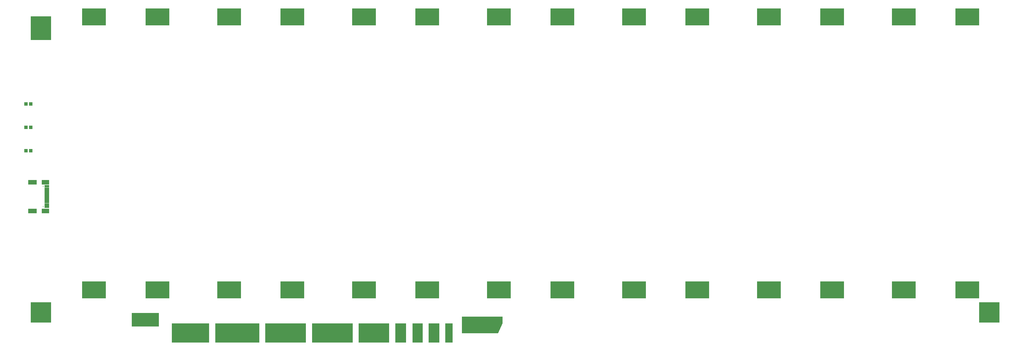
<source format=gts>
G04*
G04 #@! TF.GenerationSoftware,Altium Limited,Altium Designer,18.1.7 (191)*
G04*
G04 Layer_Color=8388736*
%FSLAX44Y44*%
%MOMM*%
G71*
G01*
G75*
%ADD22R,12.2000X5.8000*%
%ADD23R,11.3000X5.8000*%
%ADD24R,13.2000X5.8000*%
%ADD25R,9.2000X5.8000*%
%ADD26R,3.2000X5.8000*%
%ADD27R,3.1000X5.8000*%
%ADD28R,2.2000X5.8000*%
%ADD29R,8.1000X4.1000*%
%ADD30R,7.2032X5.2032*%
%ADD31R,1.0032X1.0032*%
%ADD32R,1.3532X0.8032*%
%ADD33R,1.3532X0.5032*%
%ADD34R,0.9032X4.0032*%
%ADD35R,0.9032X2.8032*%
%ADD36R,0.9032X4.8032*%
%ADD37C,0.2032*%
%ADD38R,2.2032X1.4032*%
%ADD39R,2.5032X1.4032*%
%ADD40R,6.2032X6.2032*%
%ADD41R,6.2032X7.2032*%
G36*
X1981000Y919000D02*
X1859000D01*
Y869000D01*
X1967000D01*
X1981000Y899000D01*
Y919000D01*
D02*
G37*
D22*
X1330000Y870000D02*
D03*
X1470000D02*
D03*
D23*
X1044500D02*
D03*
D24*
X1185000D02*
D03*
D25*
X1595000D02*
D03*
D26*
X1675000D02*
D03*
X1775000D02*
D03*
D27*
X1725500D02*
D03*
D28*
X1820000D02*
D03*
D29*
X908500Y909500D02*
D03*
D30*
X945000Y1000000D02*
D03*
Y1820000D02*
D03*
X755000D02*
D03*
X755000Y1000000D02*
D03*
X3185000Y1000000D02*
D03*
X3185000Y1820000D02*
D03*
X3375000D02*
D03*
Y1000000D02*
D03*
X2780000D02*
D03*
X2780000Y1820000D02*
D03*
X2970000D02*
D03*
Y1000000D02*
D03*
X2375000D02*
D03*
X2375000Y1820000D02*
D03*
X2565000D02*
D03*
Y1000000D02*
D03*
X1970000D02*
D03*
X1970000Y1820000D02*
D03*
X2160000D02*
D03*
Y1000000D02*
D03*
X1565000D02*
D03*
X1565000Y1820000D02*
D03*
X1755000D02*
D03*
Y1000000D02*
D03*
X1160000Y1000000D02*
D03*
X1160000Y1820000D02*
D03*
X1350000D02*
D03*
Y1000000D02*
D03*
D31*
X551000Y1558000D02*
D03*
X565000D02*
D03*
X551000Y1418000D02*
D03*
X565000D02*
D03*
X551000Y1488000D02*
D03*
X565000D02*
D03*
D32*
X612970Y1249000D02*
D03*
X613000Y1256500D02*
D03*
X612970Y1303500D02*
D03*
Y1311000D02*
D03*
D33*
Y1262500D02*
D03*
Y1267500D02*
D03*
Y1272500D02*
D03*
X613000Y1277500D02*
D03*
X612970Y1282500D02*
D03*
Y1287500D02*
D03*
Y1292500D02*
D03*
Y1297500D02*
D03*
D34*
X1215000Y878500D02*
D03*
X1355000D02*
D03*
X1345000D02*
D03*
X1495000D02*
D03*
X1515000D02*
D03*
X1485000D02*
D03*
X1505000D02*
D03*
X1615000D02*
D03*
X1625000D02*
D03*
X1675000Y878500D02*
D03*
X1665000D02*
D03*
X1735000D02*
D03*
X1715000D02*
D03*
X1725000D02*
D03*
X1765000D02*
D03*
X1775000D02*
D03*
X1785000D02*
D03*
X1685000D02*
D03*
X1605000Y878500D02*
D03*
X1585000D02*
D03*
X1565000D02*
D03*
X1525000D02*
D03*
X1445000D02*
D03*
X1465000D02*
D03*
X1425000D02*
D03*
X1385000D02*
D03*
X1365000D02*
D03*
X1325000Y878500D02*
D03*
X1195000Y878500D02*
D03*
X1175000D02*
D03*
X1155000D02*
D03*
X1075000Y878500D02*
D03*
X1095000D02*
D03*
X1135000Y878500D02*
D03*
X1055000Y878500D02*
D03*
X1015000D02*
D03*
X1035000D02*
D03*
X1635000Y878500D02*
D03*
X1595000Y878500D02*
D03*
X1575000D02*
D03*
X1555000D02*
D03*
X1475000D02*
D03*
X1455000D02*
D03*
X1435000D02*
D03*
X1415000D02*
D03*
X1375000D02*
D03*
X1335000Y878500D02*
D03*
X1315000D02*
D03*
X1305000D02*
D03*
X1295000D02*
D03*
X1285000D02*
D03*
X1275000D02*
D03*
X1245000Y878500D02*
D03*
X1235000D02*
D03*
X1225000D02*
D03*
X1205000D02*
D03*
X1185000D02*
D03*
X1165000D02*
D03*
X1145000D02*
D03*
X1125000D02*
D03*
X1085000Y878500D02*
D03*
X1065000D02*
D03*
X1045000D02*
D03*
X1025000D02*
D03*
D35*
X1825000Y884000D02*
D03*
X995000D02*
D03*
D36*
X1815000Y874000D02*
D03*
X1005000D02*
D03*
D37*
X602000Y1250000D02*
D03*
Y1310000D02*
D03*
Y1310000D02*
D03*
Y1250000D02*
D03*
D38*
X609170Y1236700D02*
D03*
Y1323200D02*
D03*
Y1323300D02*
D03*
Y1236800D02*
D03*
D39*
X570570Y1236700D02*
D03*
Y1323200D02*
D03*
Y1323300D02*
D03*
Y1236800D02*
D03*
D40*
X3441000Y932000D02*
D03*
X596000D02*
D03*
D41*
Y1786000D02*
D03*
M02*

</source>
